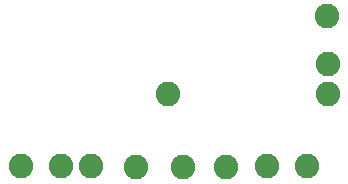
<source format=gbs>
G75*
%MOIN*%
%OFA0B0*%
%FSLAX25Y25*%
%IPPOS*%
%LPD*%
%AMOC8*
5,1,8,0,0,1.08239X$1,22.5*
%
%ADD10C,0.08200*%
D10*
X0062312Y0033769D03*
X0075894Y0033690D03*
X0085894Y0033690D03*
X0100737Y0033375D03*
X0116367Y0033178D03*
X0130658Y0033375D03*
X0144359Y0033769D03*
X0157824Y0033650D03*
X0164792Y0057469D03*
X0164792Y0067469D03*
X0164517Y0083454D03*
X0111603Y0057469D03*
M02*

</source>
